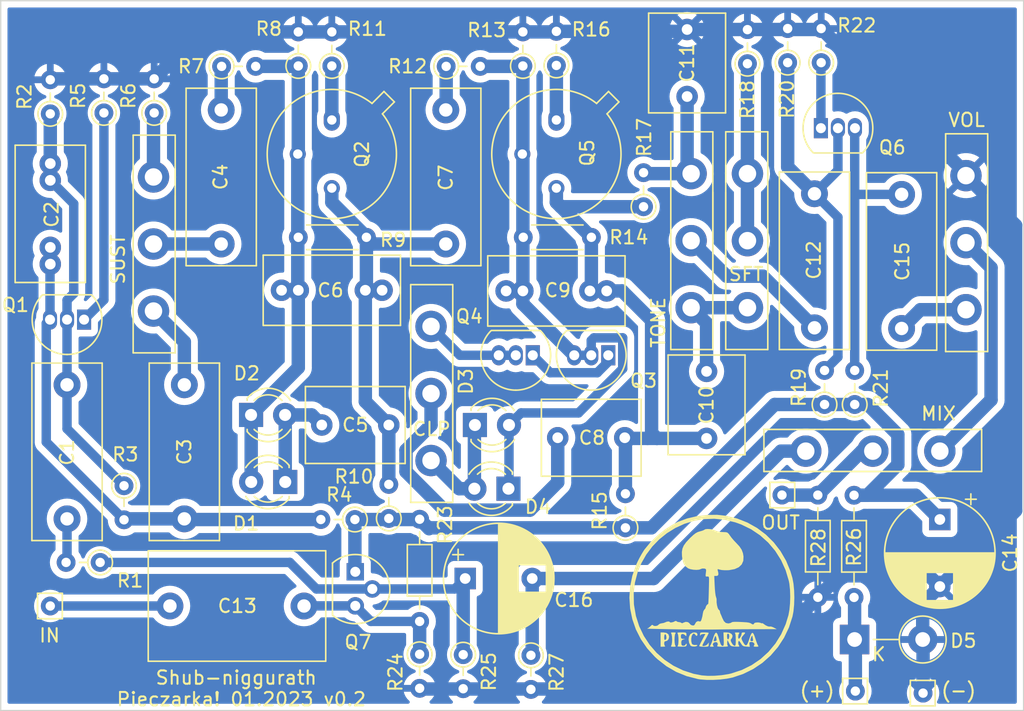
<source format=kicad_pcb>
(kicad_pcb (version 20211014) (generator pcbnew)
  (layers (0 "F.Cu" signal) (31 "B.Cu" signal) (34 "B.Paste" user) (35 "F.Paste" user) (36 "B.SilkS" user "B.Silkscreen") (37 "F.SilkS" user "F.Silkscreen") (38 "B.Mask" user) (39 "F.Mask" user) (44 "Edge.Cuts" user))
  (net 0 "")
  (net 1 "Net-(C1-Pad1)")
  (net 2 "Net-(C1-Pad2)")
  (net 3 "Net-(C2-Pad2)")
  (net 4 "Net-(C3-Pad2)")
  (net 5 "Net-(C4-Pad1)")
  (net 6 "Net-(C4-Pad2)")
  (net 7 "Net-(C5-Pad1)")
  (net 8 "Net-(C5-Pad2)")
  (net 9 "Net-(C6-Pad1)")
  (net 10 "Net-(C7-Pad2)")
  (net 11 "Net-(C8-Pad1)")
  (net 12 "Net-(C10-Pad2)")
  (net 13 "Net-(C9-Pad1)")
  (net 14 "Net-(C10-Pad1)")
  (net 15 "GND")
  (net 16 "Net-(C11-Pad2)")
  (net 17 "Net-(C12-Pad1)")
  (net 18 "Net-(C12-Pad2)")
  (net 19 "Net-(C13-Pad1)")
  (net 20 "Net-(C13-Pad2)")
  (net 21 "+VDC")
  (net 22 "Net-(C15-Pad1)")
  (net 23 "Net-(C15-Pad2)")
  (net 24 "Net-(C16-Pad1)")
  (net 25 "Net-(C16-Pad2)")
  (net 26 "Net-(D5-Pad1)")
  (net 27 "Net-(J4-Pad1)")
  (net 28 "Net-(Q1-Pad1)")
  (net 29 "Net-(Q2-Pad1)")
  (net 30 "Net-(Q3-Pad1)")
  (net 31 "Net-(D3-Pad1)")
  (net 32 "Net-(R6-Pad1)")
  (net 33 "Net-(R18-Pad1)")
  (net 34 "Net-(Q4-Pad2)")
  (net 35 "Net-(Q5-Pad1)")
  (net 36 "Net-(Q6-Pad1)")
  (net 37 "Net-(RV3-Pad2)")
  (footprint "Package_TO_SOT_THT:TO-92_Inline" (layer "F.Cu") (at 132.12 86.3 180)
    (fp_text reference "Q3" (at -2.63 -1.9) (layer "F.SilkS"))
    (fp_text value "2N7000" hide)
    (pad "1" thru_hole rect (at 0 0 180) (size 1.05 1.5) (drill 0.75) (layers *.Cu *.Mask) (net 30 "Net-(Q3-Pad1)"))
    (pad "2" thru_hole oval (at 1.27 0 180) (size 1.05 1.5) (drill 0.75) (layers *.Cu *.Mask) (net 13 "Net-(C9-Pad1)"))
    (pad "3" thru_hole oval (at 2.54 0 180) (size 1.05 1.5) (drill 0.75) (layers *.Cu *.Mask) (net 13 "Net-(C9-Pad1)"))
  )
  (footprint "Capacitor_THT:C_Rect_L10.0mm_W5.0mm_P5.00mm_P7.50mm" (layer "F.Cu") (at 124.5 81.5)
    (fp_text reference "C9" (at 3.85 -0.05) (layer "F.SilkS"))
    (fp_text value "470p" hide)
    (pad "1" thru_hole circle (at 0 0) (size 1.6 1.6) (drill 0.8) (layers *.Cu *.Mask) (net 13 "Net-(C9-Pad1)"))
    (pad "1" thru_hole circle (at 1.25 0) (size 1.6 1.6) (drill 0.8) (layers *.Cu *.Mask) (net 13 "Net-(C9-Pad1)"))
    (pad "2" thru_hole circle (at 7.5 0) (size 1.6 1.6) (drill 0.8) (layers *.Cu *.Mask) (net 12 "Net-(C10-Pad2)"))
    (pad "2" thru_hole circle (at 6.25 0) (size 1.6 1.6) (drill 0.8) (layers *.Cu *.Mask) (net 12 "Net-(C10-Pad2)"))
  )
  (footprint "Resistor_THT:R_Axial_DIN0204_L3.6mm_D1.6mm_P2.54mm_Vertical" (layer "F.Cu") (at 145.5 64.47 90)
    (fp_text reference "R20" (at -2.73 -0.05 90) (layer "F.SilkS"))
    (fp_text value "100k" hide)
    (pad "1" thru_hole circle (at 0 0 90) (size 1.4 1.4) (drill 0.7) (layers *.Cu *.Mask) (net 18 "Net-(C12-Pad2)"))
    (pad "2" thru_hole oval (at 2.54 0 90) (size 1.4 1.4) (drill 0.7) (layers *.Cu *.Mask) (net 15 "GND"))
  )
  (footprint "Resistor_THT:R_Axial_DIN0204_L3.6mm_D1.6mm_P2.54mm_Vertical" (layer "F.Cu") (at 126.35 108.68 -90)
    (fp_text reference "R27" (at 1.27 -1.92 90) (layer "F.SilkS"))
    (fp_text value "100k" hide)
    (pad "1" thru_hole circle (at 0 0 270) (size 1.4 1.4) (drill 0.7) (layers *.Cu *.Mask) (net 25 "Net-(C16-Pad2)"))
    (pad "2" thru_hole oval (at 2.54 0 270) (size 1.4 1.4) (drill 0.7) (layers *.Cu *.Mask) (net 15 "GND"))
  )
  (footprint "Resistor_THT:R_Axial_DIN0204_L3.6mm_D1.6mm_P7.62mm_Horizontal" (layer "F.Cu") (at 147.75 96.73 -90)
    (fp_text reference "R28" (at 3.92 -0.05 90) (layer "F.SilkS"))
    (fp_text value "100k" hide)
    (pad "1" thru_hole circle (at 0 0 270) (size 1.4 1.4) (drill 0.7) (layers *.Cu *.Mask) (net 27 "Net-(J4-Pad1)"))
    (pad "2" thru_hole oval (at 7.62 0 270) (size 1.4 1.4) (drill 0.7) (layers *.Cu *.Mask) (net 15 "GND"))
  )
  (footprint "Capacitor_THT:C_Rect_L7.2mm_W5.5mm_P5.00mm_FKS2_FKP2_MKS2_MKP2" (layer "F.Cu") (at 128.35 92.45)
    (fp_text reference "C8" (at 2.55 0) (layer "F.SilkS"))
    (fp_text value "22n" hide)
    (pad "1" thru_hole circle (at 0 0) (size 1.6 1.6) (drill 0.8) (layers *.Cu *.Mask) (net 11 "Net-(C8-Pad1)"))
    (pad "2" thru_hole circle (at 5 0) (size 1.6 1.6) (drill 0.8) (layers *.Cu *.Mask) (net 12 "Net-(C10-Pad2)"))
  )
  (footprint "Resistor_THT:R_Axial_DIN0204_L3.6mm_D1.6mm_P2.54mm_Vertical" (layer "F.Cu") (at 142.5 64.55 90)
    (fp_text reference "R18" (at -2.68 0 90) (layer "F.SilkS"))
    (fp_text value "2k2" hide)
    (pad "1" thru_hole circle (at 0 0 90) (size 1.4 1.4) (drill 0.7) (layers *.Cu *.Mask) (net 33 "Net-(R18-Pad1)"))
    (pad "2" thru_hole oval (at 2.54 0 90) (size 1.4 1.4) (drill 0.7) (layers *.Cu *.Mask) (net 15 "GND"))
  )
  (footprint "LED_THT:LED_D3.0mm" (layer "F.Cu") (at 124.675 96.25 180)
    (fp_text reference "D4" (at -2.2 -1.35) (layer "F.SilkS"))
    (fp_text value "LED" hide)
    (pad "1" thru_hole rect (at 0 0 180) (size 1.8 1.8) (drill 0.9) (layers *.Cu *.Mask) (net 13 "Net-(C9-Pad1)"))
    (pad "2" thru_hole circle (at 2.54 0 180) (size 1.8 1.8) (drill 0.9) (layers *.Cu *.Mask) (net 31 "Net-(D3-Pad1)"))
  )
  (footprint "Capacitor_THT:C_Rect_L13.0mm_W5.0mm_P10.00mm_FKS3_FKP3_MKS4" (layer "F.Cu") (at 154 74.3 -90)
    (fp_text reference "C15" (at 5 -0.05 90) (layer "F.SilkS"))
    (fp_text value "100n" hide)
    (pad "1" thru_hole circle (at 0 0 270) (size 2 2) (drill 1) (layers *.Cu *.Mask) (net 22 "Net-(C15-Pad1)"))
    (pad "2" thru_hole circle (at 10 0 270) (size 2 2) (drill 1) (layers *.Cu *.Mask) (net 23 "Net-(C15-Pad2)"))
  )
  (footprint "Capacitor_THT:C_Rect_L13.0mm_W5.0mm_P10.00mm_FKS3_FKP3_MKS4" (layer "F.Cu") (at 91.75 98.5 90)
    (fp_text reference "C1" (at 4.95 0 90) (layer "F.SilkS"))
    (fp_text value "100n" hide)
    (pad "1" thru_hole circle (at 0 0 90) (size 2 2) (drill 1) (layers *.Cu *.Mask) (net 1 "Net-(C1-Pad1)"))
    (pad "2" thru_hole circle (at 10 0 90) (size 2 2) (drill 1) (layers *.Cu *.Mask) (net 2 "Net-(C1-Pad2)"))
  )
  (footprint "Package_TO_SOT_THT:TO-92_Inline" (layer "F.Cu") (at 147.98 69.36)
    (fp_text reference "Q6" (at 5.32 1.44) (layer "F.SilkS"))
    (fp_text value "2N3904" hide)
    (pad "1" thru_hole rect (at 0 0) (size 1.05 1.5) (drill 0.75) (layers *.Cu *.Mask) (net 36 "Net-(Q6-Pad1)"))
    (pad "2" thru_hole oval (at 1.27 0) (size 1.05 1.5) (drill 0.75) (layers *.Cu *.Mask) (net 18 "Net-(C12-Pad2)"))
    (pad "3" thru_hole oval (at 2.54 0) (size 1.05 1.5) (drill 0.75) (layers *.Cu *.Mask) (net 22 "Net-(C15-Pad1)"))
  )
  (footprint "Capacitor_THT:CP_Radial_D8.0mm_P5.00mm" (layer "F.Cu") (at 156.85 98.547349 -90)
    (fp_text reference "C14" (at 2.5 -5.25 90) (layer "F.SilkS"))
    (fp_text value "100uF" hide)
    (pad "1" thru_hole rect (at 0 0 270) (size 1.6 1.6) (drill 0.8) (layers *.Cu *.Mask) (net 21 "+VDC"))
    (pad "2" thru_hole circle (at 5 0 270) (size 1.6 1.6) (drill 0.8) (layers *.Cu *.Mask) (net 15 "GND"))
  )
  (footprint "Resistor_THT:R_Axial_DIN0204_L3.6mm_D1.6mm_P2.54mm_Vertical" (layer "F.Cu") (at 148 64.47 90)
    (fp_text reference "R22" (at 2.77 2.65 180) (layer "F.SilkS"))
    (fp_text value "2k2" hide)
    (pad "1" thru_hole circle (at 0 0 90) (size 1.4 1.4) (drill 0.7) (layers *.Cu *.Mask) (net 36 "Net-(Q6-Pad1)"))
    (pad "2" thru_hole oval (at 2.54 0 90) (size 1.4 1.4) (drill 0.7) (layers *.Cu *.Mask) (net 15 "GND"))
  )
  (footprint "Capacitor_THT:C_Rect_L10.0mm_W5.0mm_P5.00mm_P7.50mm" (layer "F.Cu") (at 107.75 81.45)
    (fp_text reference "C6" (at 3.65 0) (layer "F.SilkS"))
    (fp_text value "470p" hide)
    (pad "1" thru_hole circle (at 0 0) (size 1.6 1.6) (drill 0.8) (layers *.Cu *.Mask) (net 9 "Net-(C6-Pad1)"))
    (pad "1" thru_hole circle (at 1.25 0) (size 1.6 1.6) (drill 0.8) (layers *.Cu *.Mask) (net 9 "Net-(C6-Pad1)"))
    (pad "2" thru_hole circle (at 7.5 0) (size 1.6 1.6) (drill 0.8) (layers *.Cu *.Mask) (net 8 "Net-(C5-Pad2)"))
    (pad "2" thru_hole circle (at 6.25 0) (size 1.6 1.6) (drill 0.8) (layers *.Cu *.Mask) (net 8 "Net-(C5-Pad2)"))
  )
  (footprint "Capacitor_THT:CP_Radial_D8.0mm_P5.00mm" (layer "F.Cu") (at 121.447349 102.95)
    (fp_text reference "C16" (at 8.102651 1.6) (layer "F.SilkS"))
    (fp_text value "10u" hide)
    (pad "1" thru_hole rect (at 0 0) (size 1.6 1.6) (drill 0.8) (layers *.Cu *.Mask) (net 24 "Net-(C16-Pad1)"))
    (pad "2" thru_hole circle (at 5 0) (size 1.6 1.6) (drill 0.8) (layers *.Cu *.Mask) (net 25 "Net-(C16-Pad2)"))
  )
  (footprint "Resistor_THT:R_Axial_DIN0204_L3.6mm_D1.6mm_P2.54mm_Vertical" (layer "F.Cu") (at 118.05 108.6 -90)
    (fp_text reference "R24" (at 1.35 1.8 90) (layer "F.SilkS"))
    (fp_text value "1M" hide)
    (pad "1" thru_hole circle (at 0 0 270) (size 1.4 1.4) (drill 0.7) (layers *.Cu *.Mask) (net 20 "Net-(C13-Pad2)"))
    (pad "2" thru_hole oval (at 2.54 0 270) (size 1.4 1.4) (drill 0.7) (layers *.Cu *.Mask) (net 15 "GND"))
  )
  (footprint "varia:potek2" (layer "F.Cu") (at 138.3 82.75)
    (fp_text reference "RV2" hide)
    (fp_text value "100k" hide)
    (fp_text user "TONE" (at -2.4485 1.1 90 unlocked) (layer "F.SilkS"))
    (pad "1" thru_hole circle (at 0 0) (size 2.34 2.34) (drill 1.3) (layers *.Cu *.Mask) (net 14 "Net-(C10-Pad1)"))
    (pad "2" thru_hole circle (at 0 -5) (size 2.34 2.34) (drill 1.3) (layers *.Cu *.Mask) (net 17 "Net-(C12-Pad1)"))
    (pad "3" thru_hole circle (at 0 -10) (size 2.34 2.34) (drill 1.3) (layers *.Cu *.Mask) (net 16 "Net-(C11-Pad2)"))
  )
  (footprint "Connector_Pin:Pin_D0.7mm_L6.5mm_W1.8mm_FlatFork" (layer "F.Cu") (at 90.5 105)
    (fp_text reference "J1" hide)
    (fp_text value "Conn_01x01" hide)
    (fp_text user "IN" (at -0.05 2.2) (layer "F.SilkS"))
    (pad "1" thru_hole circle (at 0 0) (size 1.4 1.4) (drill 0.7) (layers *.Cu *.Mask) (net 19 "Net-(C13-Pad1)"))
  )
  (footprint "varia:potek2" (layer "F.Cu") (at 156.85 93.45 90)
    (fp_text reference "RV4" hide)
    (fp_text value "100k" hide)
    (fp_text user "MIX" (at 2.8 -0.1 unlocked) (layer "F.SilkS"))
    (pad "1" thru_hole circle (at 0 0 90) (size 2.34 2.34) (drill 1.3) (layers *.Cu *.Mask) (net 37 "Net-(RV3-Pad2)"))
    (pad "2" thru_hole circle (at 0 -5 90) (size 2.34 2.34) (drill 1.3) (layers *.Cu *.Mask) (net 27 "Net-(J4-Pad1)"))
    (pad "3" thru_hole circle (at 0 -10 90) (size 2.34 2.34) (drill 1.3) (layers *.Cu *.Mask) (net 25 "Net-(C16-Pad2)"))
  )
  (footprint "Resistor_THT:R_Axial_DIN0204_L3.6mm_D1.6mm_P2.54mm_Vertical" (layer "F.Cu") (at 150.5 89.97 90)
    (fp_text reference "R21" (at 1.22 1.95 90) (layer "F.SilkS"))
    (fp_text value "10k" hide)
    (pad "1" thru_hole circle (at 0 0 90) (size 1.4 1.4) (drill 0.7) (layers *.Cu *.Mask) (net 21 "+VDC"))
    (pad "2" thru_hole oval (at 2.54 0 90) (size 1.4 1.4) (drill 0.7) (layers *.Cu *.Mask) (net 22 "Net-(C15-Pad1)"))
  )
  (footprint "Resistor_THT:R_Axial_DIN0204_L3.6mm_D1.6mm_P2.54mm_Vertical" (layer "F.Cu") (at 133.4 99.17 90)
    (fp_text reference "R15" (at 1.27 -1.92 90) (layer "F.SilkS"))
    (fp_text value "15k" hide)
    (pad "1" thru_hole circle (at 0 0 90) (size 1.4 1.4) (drill 0.7) (layers *.Cu *.Mask) (net 21 "+VDC"))
    (pad "2" thru_hole oval (at 2.54 0 90) (size 1.4 1.4) (drill 0.7) (layers *.Cu *.Mask) (net 12 "Net-(C10-Pad2)"))
  )
  (footprint "Connector_Pin:Pin_D0.7mm_L6.5mm_W1.8mm_FlatFork" (layer "F.Cu") (at 155.6 111.5)
    (fp_text reference "J3" hide)
    (fp_text value "Conn_01x01" hide)
    (fp_text user "(-)" (at 2.65 -0.2 unlocked) (layer "F.SilkS"))
    (pad "1" thru_hole circle (at 0 0) (size 1.4 1.4) (drill 0.7) (layers *.Cu *.Mask) (net 15 "GND"))
  )
  (footprint "Resistor_THT:R_Axial_DIN0204_L3.6mm_D1.6mm_P2.54mm_Vertical" (layer "F.Cu") (at 98.25 68.22 90)
    (fp_text reference "R6" (at 1.27 -1.92 90) (layer "F.SilkS"))
    (fp_text value "2k2" hide)
    (pad "1" thru_hole circle (at 0 0 90) (size 1.4 1.4) (drill 0.7) (layers *.Cu *.Mask) (net 32 "Net-(R6-Pad1)"))
    (pad "2" thru_hole oval (at 2.54 0 90) (size 1.4 1.4) (drill 0.7) (layers *.Cu *.Mask) (net 15 "GND"))
  )
  (footprint "Resistor_THT:R_Axial_DIN0204_L3.6mm_D1.6mm_P2.54mm_Vertical" (layer "F.Cu") (at 109 64.72 90)
    (fp_text reference "R8" (at 2.77 -2.2 180) (layer "F.SilkS"))
    (fp_text value "100k" hide)
    (pad "1" thru_hole circle (at 0 0 90) (size 1.4 1.4) (drill 0.7) (layers *.Cu *.Mask) (net 9 "Net-(C6-Pad1)"))
    (pad "2" thru_hole oval (at 2.54 0 90) (size 1.4 1.4) (drill 0.7) (layers *.Cu *.Mask) (net 15 "GND"))
  )
  (footprint "varia:potek2" (layer "F.Cu") (at 142.5015 72.75 180)
    (fp_text reference "SHIFT1" hide)
    (fp_text value "25k" hide)
    (fp_text user "SFT" (at 0.1 -7.5 unlocked) (layer "F.SilkS"))
    (pad "1" thru_hole circle (at 0 0 180) (size 2.34 2.34) (drill 1.3) (layers *.Cu *.Mask) (net 33 "Net-(R18-Pad1)"))
    (pad "2" thru_hole circle (at 0 -5 180) (size 2.34 2.34) (drill 1.3) (layers *.Cu *.Mask) (net 33 "Net-(R18-Pad1)"))
    (pad "3" thru_hole circle (at 0 -10 180) (size 2.34 2.34) (drill 1.3) (layers *.Cu *.Mask) (net 14 "Net-(C10-Pad1)"))
  )
  (footprint "LOGO" (layer "F.Cu") (at 139.85 104.3)
    (fp_text reference "G***" hide)
    (fp_text value "LOGO" hide)
  )
  (footprint "Capacitor_THT:C_Rect_L13.0mm_W8.0mm_P10.00mm_FKS3_FKP3_MKS4" (layer "F.Cu") (at 99.426041 105)
    (fp_text reference "C13" (at 5.023959 0) (layer "F.SilkS"))
    (fp_text value "1u" hide)
    (pad "1" thru_hole circle (at 0 0) (size 2 2) (drill 1) (layers *.Cu *.Mask) (net 19 "Net-(C13-Pad1)"))
    (pad "2" thru_hole circle (at 10 0) (size 2 2) (drill 1) (layers *.Cu *.Mask) (net 20 "Net-(C13-Pad2)"))
  )
  (footprint "varia:potek2" (layer "F.Cu") (at 118.9 94.15)
    (fp_text reference "SW1" hide)
    (fp_text value "SW_SPDT" hide)
    (fp_text user "CLP" (at 0.05 -2.35) (layer "F.SilkS"))
    (pad "1" thru_hole circle (at 0 0) (size 2.34 2.34) (drill 1.3) (layers *.Cu *.Mask) (net 31 "Net-(D3-Pad1)"))
    (pad "2" thru_hole circle (at 0 -5) (size 2.34 2.34) (drill 1.3) (layers *.Cu *.Mask) (net 11 "Net-(C8-Pad1)"))
    (pad "3" thru_hole circle (at 0 -10) (size 2.34 2.34) (drill 1.3) (layers *.Cu *.Mask) (net 34 "Net-(Q4-Pad2)"))
  )
  (footprint "Resistor_THT:R_Axial_DIN0204_L3.6mm_D1.6mm_P7.62mm_Horizontal" (layer "F.Cu") (at 118.05 98.53 -90)
    (fp_text reference "R23" (at 0.42 -1.9 -90) (layer "F.SilkS"))
    (fp_text value "1M" hide)
    (pad "1" thru_hole circle (at 0 0 270) (size 1.4 1.4) (drill 0.7) (layers *.Cu *.Mask) (net 21 "+VDC"))
    (pad "2" thru_hole oval (at 7.62 0 270) (size 1.4 1.4) (drill 0.7) (layers *.Cu *.Mask) (net 20 "Net-(C13-Pad2)"))
  )
  (footprint "Resistor_THT:R_Axial_DIN0204_L3.6mm_D1.6mm_P2.54mm_Vertical" (layer "F.Cu") (at 120.03 64.75)
    (fp_text reference "R12" (at -2.88 0) (layer "F.SilkS"))
    (fp_text value "8k2" hide)
    (pad "1" thru_hole circle (at 0 0) (size 1.4 1.4) (drill 0.7) (layers *.Cu *.Mask) (net 10 "Net-(C7-Pad2)"))
    (pad "2" thru_hole oval (at 2.54 0) (size 1.4 1.4) (drill 0.7) (layers *.Cu *.Mask) (net 13 "Net-(C9-Pad1)"))
  )
  (footprint "Resistor_THT:R_Axial_DIN0204_L3.6mm_D1.6mm_P5.08mm_Horizontal" (layer "F.Cu") (at 125.78 77.5)
    (fp_text reference "R14" (at 7.87 0) (layer "F.SilkS"))
    (fp_text value "470k" hide)
    (pad "1" thru_hole circle (at 0 0) (size 1.4 1.4) (drill 0.7) (layers *.Cu *.Mask) (net 13 "Net-(C9-Pad1)"))
    (pad "2" thru_hole oval (at 5.08 0) (size 1.4 1.4) (drill 0.7) (layers *.Cu *.Mask) (net 12 "Net-(C10-Pad2)"))
  )
  (footprint "Capacitor_THT:C_Rect_L7.2mm_W5.5mm_P5.00mm_FKS2_FKP2_MKS2_MKP2" (layer "F.Cu") (at 139.45 87.5 -90)
    (fp_text reference "C10" (at 2.5 0 90) (layer "F.SilkS"))
    (fp_text value "6n8" hide)
    (pad "1" thru_hole circle (at 0 0 270) (size 1.6 1.6) (drill 0.8) (layers *.Cu *.Mask) (net 14 "Net-(C10-Pad1)"))
    (pad "2" thru_hole circle (at 5 0 270) (size 1.6 1.6) (drill 0.8) (layers *.Cu *.Mask) (net 12 "Net-(C10-Pad2)"))
  )
  (footprint "Capacitor_THT:C_Rect_L7.2mm_W5.5mm_P5.00mm_FKS2_FKP2_MKS2_MKP2" (layer "F.Cu") (at 110.75 91.5)
    (fp_text reference "C5" (at 2.5 0) (layer "F.SilkS"))
    (fp_text value "47n" hide)
    (pad "1" thru_hole circle (at 0 0) (size 1.6 1.6) (drill 0.8) (layers *.Cu *.Mask) (net 7 "Net-(C5-Pad1)"))
    (pad "2" thru_hole circle (at 5 0) (size 1.6 1.6) (drill 0.8) (layers *.Cu *.Mask) (net 8 "Net-(C5-Pad2)"))
  )
  (footprint "Resistor_THT:R_Axial_DIN0204_L3.6mm_D1.6mm_P2.54mm_Vertical" (layer "F.Cu") (at 148.25 89.97 90)
    (fp_text reference "R19" (at 1.27 -1.92 90) (layer "F.SilkS"))
    (fp_text value "390k" hide)
    (pad "1" thru_hole circle (at 0 0 90) (size 1.4 1.4) (drill 0.7) (layers *.Cu *.Mask) (net 21 "+VDC"))
    (pad "2" thru_hole oval (at 2.54 0 90) (size 1.4 1.4) (drill 0.7) (layers *.Cu *.Mask) (net 18 "Net-(C12-Pad2)"))
  )
  (footprint "Package_TO_SOT_THT:TO-5-3" (layer "F.Cu") (at 111.5 68.75 -90)
    (fp_text reference "Q2" (at 2.55 -2.25 90) (layer "F.SilkS"))
    (fp_text value "2N1308" hide)
    (pad "1" thru_hole oval (at 0 0 270) (size 1.6 1.2) (drill 0.7) (layers *.Cu *.Mask) (net 29 "Net-(Q2-Pad1)"))
    (pad "2" thru_hole oval (at 2.54 2.54 270) (size 1.2 1.2) (drill 0.7) (layers *.Cu *.Mask) (net 9 "Net-(C6-Pad1)"))
    (pad "3" thru_hole oval (at 5.08 0 270) (size 1.2 1.2) (drill 0.7) (layers *.Cu *.Mask) (net 8 "Net-(C5-Pad2)"))
  )
  (footprint "varia:potek2" (layer "F.Cu") (at 98.1985 83)
    (fp_text reference "RV1" hide)
    (fp_text value "50k" hide)
    (fp_text user "SUST" (at -2.6485 -3.85 90 unlocked) (layer "F.SilkS"))
    (pad "1" thru_hole circle (at 0 0) (size 2.34 2.34) (drill 1.3) (layers *.Cu *.Mask) (net 4 "Net-(C3-Pad2)"))
    (pad "2" thru_hole circle (at 0 -5) (size 2.34 2.34) (drill 1.3) (layers *.Cu *.Mask) (net 5 "Net-(C4-Pad1)"))
    (pad "3" thru_hole circle (at 0 -10) (size 2.34 2.34) (drill 1.3) (layers *.Cu *.Mask) (net 32 "Net-(R6-Pad1)"))
  )
  (footprint "Resistor_THT:R_Axial_DIN0204_L3.6mm_D1.6mm_P2.54mm_Vertical" (layer "F.Cu") (at 103.28 64.75)
    (fp_text reference "R7" (at -2.28 0) (layer "F.SilkS"))
    (fp_text value "8k2" hide)
    (pad "1" thru_hole circle (at 0 0) (size 1.4 1.4) (drill 0.7) (layers *.Cu *.Mask) (net 6 "Net-(C4-Pad2)"))
    (pad "2" thru_hole oval (at 2.54 0) (size 1.4 1.4) (drill 0.7) (layers *.Cu *.Mask) (net 9 "Net-(C6-Pad1)"))
  )
  (footprint "Resistor_THT:R_Axial_DIN0204_L3.6mm_D1.6mm_P2.54mm_Vertical" (layer "F.Cu") (at 113.22 98.55 180)
    (fp_text reference "R4" (at 1.17 1.85) (layer "F.SilkS"))
    (fp_text value "15k" hide)
    (pad "1" thru_hole circle (at 0 0 180) (size 1.4 1.4) (drill 0.7) (layers *.Cu *.Mask) (net 21 "+VDC"))
    (pad "2" thru_hole oval (at 2.54 0 180) (size 1.4 1.4) (drill 0.7) (layers *.Cu *.Mask) (net 3 "Net-(C2-Pad2)"))
  )
  (footprint "Package_TO_SOT_THT:TO-92_Inline" (layer "F.Cu") (at 93.02 83.64 180)
    (fp_text reference "Q1" (at 5.12 1.09) (layer "F.SilkS"))
    (fp_text value "MPSA18" hide)
    (pad "1" thru_hole rect (at 0 0 180) (size 1.05 1.5) (drill 0.75) (layers *.Cu *.Mask) (net 28 "Net-(Q1-Pad1)"))
    (pad "2" thru_hole oval (at 1.27 0 180) (size 1.05 1.5) (drill 0.75) (layers *.Cu *.Mask) (net 2 "Net-(C1-Pad2)"))
    (pad "3" thru_hole oval (at 2.54 0 180) (size 1.05 1.5) (drill 0.75) (layers *.Cu *.Mask) (net 3 "Net-(C2-Pad2)"))
  )
  (footprint "Resistor_THT:R_Axial_DIN0204_L3.6mm_D1.6mm_P2.54mm_Vertical" (layer "F.Cu") (at 94.22 101.75 180)
    (fp_text reference "R1" (at -2.23 -1.35) (layer "F.SilkS"))
    (fp_text value "39k" hide)
    (pad "1" thru_hole circle (at 0 0 180) (size 1.4 1.4) (drill 0.7) (layers *.Cu *.Mask) (net 24 "Net-(C16-Pad1)"))
    (pad "2" thru_hole oval (at 2.54 0 180) (size 1.4 1.4) (drill 0.7) (layers *.Cu *.Mask) (net 1 "Net-(C1-Pad1)"))
  )
  (footprint "Connector_Pin:Pin_D0.7mm_L6.5mm_W1.8mm_FlatFork" (layer "F.Cu") (at 150.55 111.35)
    (fp_text reference "J2" hide)
    (fp_text value "Conn_01x01" hide)
    (fp_text user "(+)" (at -2.85 -0.05 unlocked) (layer "F.SilkS"))
    (pad "1" thru_hole circle (at 0 0) (size 1.4 1.4) (drill 0.7) (layers *.Cu *.Mask) (net 26 "Net-(D5-Pad1)"))
  )
  (footprint "LED_THT:LED_D3.0mm" (layer "F.Cu") (at 105.475 90.75)
    (fp_text reference "D2" (at -0.325 -3.1) (layer "F.SilkS"))
    (fp_text value "LED" hide)
    (pad "1" thru_hole rect (at 0 0) (size 1.8 1.8) (drill 0.9) (layers *.Cu *.Mask) (net 9 "Net-(C6-Pad1)"))
    (pad "2" thru_hole circle (at 2.54 0) (size 1.8 1.8) (drill 0.9) (layers *.Cu *.Mask) (net 7 "Net-(C5-Pad1)"))
  )
  (footprint "Resistor_THT:R_Axial_DIN0204_L3.6mm_D1.6mm_P5.08mm_Horizontal" (layer "F.Cu") (at 109 77.5)
    (fp_text reference "R9" (at 7.07 0.2) (layer "F.SilkS"))
    (fp_text value "470k" hide)
    (pad "1" thru_hole circle (at 0 0) (size 1.4 1.4) (drill 0.7) (layers *.Cu *.Mask) (net 9 "Net-(C6-Pad1)"))
    (pad "2" thru_hole oval (at 5.08 0) (size 1.4 1.4) (drill 0.7) (layers *.Cu *.Mask) (net 8 "Net-(C5-Pad2)"))
  )
  (footprint "Package_TO_SOT_THT:TO-92L" (layer "F.Cu") (at 113.25 102.45 -90)
    (fp_text reference "Q7" (at 5.25 -0.2 180) (layer "F.SilkS"))
    (fp_text value "Q_NJFET_DSG" hide)
    (pad "1" thru_hole rect (at 0 0 270) (size 1.3 1.3) (drill 0.75) (layers *.Cu *.Mask) (net 21 "+VDC"))
    (pad "2" thru_hole circle (at 1.28 -1.27 270) (size 1.3 1.3) (drill 0.75) (layers *.Cu *.Mask) (net 24 "Net-(C16-Pad1)"))
    (pad "3" thru_hole circle (at 2.54 0 270) (size 1.3 1.3) (drill 0.75) (layers *.Cu *.Mask) (net 20 "Net-(C13-Pad2)"))
  )
  (footprint "Capacitor_THT:C_Rect_L13.0mm_W5.0mm_P10.00mm_FKS3_FKP3_MKS4" (layer "F.Cu") (at 120 78 90)
    (fp_text reference "C7" (at 4.95 0 90) (layer "F.SilkS"))
    (fp_text value "100n" hide)
    (pad "1" thru_hole circle (at 0 0 90) (size 2 2) (drill 1) (layers *.Cu *.Mask) (net 8 "Net-(C5-Pad2)"))
    (pad "2" thru_hole circle (at 10 0 90) (size 2 2) (drill 1) (layers *.Cu *.Mask) (net 10 "Net-(C7-Pad2)"))
  )
  (footprint "Resistor_THT:R_Axial_DIN0204_L3.6mm_D1.6mm_P2.54mm_Vertical" (layer "F.Cu") (at 94.5 68.22 90)
    (fp_text reference "R5" (at 1.27 -1.92 90) (layer "F.SilkS"))
    (fp_text value "390R" hide)
    (pad "1" thru_hole circle (at 0 0 90) (size 1.4 1.4) (drill 0.7) (layers *.Cu *.Mask) (net 28 "Net-(Q1-Pad1)"))
    (pad "2" thru_hole oval (at 2.54 0 90) (size 1.4 1.4) (drill 0.7) (layers *.Cu *.Mask) (net 15 "GND"))
  )
  (footprint "Resistor_THT:R_Axial_DIN0204_L3.6mm_D1.6mm_P2.54mm_Vertical" (layer "F.Cu") (at 125.75 64.72 90)
    (fp_text reference "R13" (at 2.67 -2.7 180) (layer "F.SilkS"))
    (fp_text value "100k" hide)
    (pad "1" thru_hole circle (at 0 0 90) (size 1.4 1.4) (drill 0.7) (layers *.Cu *.Mask) (net 13 "Net-(C9-Pad1)"))
    (pad "2" thru_hole oval (at 2.54 0 90) (size 1.4 1.4) (drill 0.7) (layers *.Cu *.Mask) (net 15 "GND"))
  )
  (footprint "Capacitor_THT:C_Rect_L13.0mm_W5.0mm_P10.00mm_FKS3_FKP3_MKS4" (layer "F.Cu") (at 100.5 98.5 90)
    (fp_text reference "C3" (at 5 0 90) (layer "F.SilkS"))
    (fp_text value "100n" hide)
    (pad "1" thru_hole circle (at 0 0 90) (size 2 2) (drill 1) (layers *.Cu *.Mask) (net 3 "Net-(C2-Pad2)"))
    (pad "2" thru_hole circle (at 10 0 90) (size 2 2) (drill 1) (layers *.Cu *.Mask) (net 4 "Net-(C3-Pad2)"))
  )
  (footprint "Resistor_THT:R_Axial_DIN0204_L3.6mm_D1.6mm_P2.54mm_Vertical" (layer "F.Cu") (at 121.3 108.63 -90)
    (fp_text reference "R25" (at 1.27 -1.92 90) (layer "F.SilkS"))
    (fp_text value "3k3" hide)
    (pad "1" thru_hole circle (at 0 0 270) (size 1.4 1.4) (drill 0.7) (layers *.Cu *.Mask) (net 24 "Net-(C16-Pad1)"))
    (pad "2" thru_hole oval (at 2.54 0 270) (size 1.4 1.4) (drill 0.7) (layers *.Cu *.Mask) (net 15 "GND"))
  )
  (footprint "Resistor_THT:R_Axial_DIN0204_L3.6mm_D1.6mm_P2.54mm_Vertical" (layer "F.Cu") (at 96 96.03 -90)
    (fp_text reference "R3" (at -2.33 -0.1 180) (layer "F.SilkS"))
    (fp_text value "470k" hide)
    (pad "1" thru_hole circle (at 0 0 270) (size 1.4 1.4) (drill 0.7) (layers *.Cu *.Mask) (net 2 "Net-(C1-Pad2)"))
    (pad "2" thru_hole oval (at 2.54 0 270) (size 1.4 1.4) (drill 0.7) (layers *.Cu *.Mask) (net 3 "Net-(C2-Pad2)"))
  )
  (footprint "Resistor_THT:R_Axial_DIN0204_L3.6mm_D1.6mm_P2.54mm_Vertical" (layer "F.Cu") (at 111.5 64.72 90)
    (fp_text reference "R11" (at 2.77 2.65 180) (layer "F.SilkS"))
    (fp_text value "100R" hide)
    (pad "1" thru_hole circle (at 0 0 90) (size 1.4 1.4) (drill 0.7) (layers *.Cu *.Mask) (net 29 "Net-(Q2-Pad1)"))
    (pad "2" thru_hole oval (at 2.54 0 90) (size 1.4 1.4) (drill 0.7) (layers *.Cu *.Mask) (net 15 "GND"))
  )
  (footprint "Resistor_THT:R_Axial_DIN0204_L3.6mm_D1.6mm_P2.54mm_Vertical" (layer "F.Cu") (at 128.25 64.68 90)
    (fp_text reference "R16" (at 2.68 2.6 180) (layer "F.SilkS"))
    (fp_text value "100R" hide)
    (pad "1" thru_hole circle (at 0 0 90) (size 1.4 1.4) (drill 0.7) (layers *.Cu *.Mask) (net 35 "Net-(Q5-Pad1)"))
    (pad "2" thru_hole oval (at 2.54 0 90) (size 1.4 1.4) (drill 0.7) (layers *.Cu *.Mask) (net 15 "GND"))
  )
  (footprint "Resistor_THT:R_Axial_DIN0204_L3.6mm_D1.6mm_P2.54mm_Vertical" (layer "F.Cu") (at 115.75 98.47 90)
    (fp_text reference "R10" (at 3.12 -2.6) (layer "F.SilkS"))
    (fp_text value "15k" hide)
    (pad "1" thru_hole circle (at 0 0 90) (size 1.4 1.4) (drill 0.7) (layers *.Cu *.Mask) (net 21 "+VDC"))
    (pad "2" thru_hole oval (at 2.54 0 90) (size 1.4 1.4) (drill 0.7) (layers *.Cu *.Mask) (net 8 "Net-(C5-Pad2)"))
  )
  (footprint "Capacitor_THT:C_Rect_L10.0mm_W5.0mm_P5.00mm_P7.50mm" (layer "F.Cu") (at 90.5 72 -90)
    (fp_text reference "C2" (at 3.8 -0.1 90) (layer "F.SilkS"))
    (fp_text value "470p" hide)
    (pad "1" thru_hole circle (at 1.25 0 270) (size 1.6 1.6) (drill 0.8) (layers *.Cu *.Mask) (net 2 "Net-(C1-Pad2)"))
    (pad "1" thru_hole circle (at 0 0 270) (size 1.6 1.6) (drill 0.8) (layers *.Cu *.Mask) (net 2 "Net-(C1-Pad2)"))
    (pad "2" thru_hole circle (at 7.5 0 270) (size 1.6 1.6) (drill 0.8) (layers *.Cu *.Mask) (net 3 "Net-(C2-Pad2)"))
    (pad "2" thru_hole circle (at 6.25 0 270) (size 1.6 1.6) (drill 0.8) (layers *.Cu *.Mask) (net 3 "Net-(C2-Pad2)"))
  )
  (footprint "Capacitor_THT:C_Rect_L13.0mm_W5.0mm_P10.00mm_FKS3_FKP3_MKS4" (layer "F.Cu") (at 103.25 78 90)
    (fp_text reference "C4" (at 5 -0.05 90) (layer "F.SilkS"))
    (fp_text value "100n" hide)
    (pad "1" thru_hole circle (at 0 0 90) (size 2 2) (drill 1) (layers *.Cu *.Mask) (net 5 "Net-(C4-Pad1)"))
    (pad "2" thru_hole circle (at 10 0 90) (size 2 2) (drill 1) (layers *.Cu *.Mask) (net 6 "Net-(C4-Pad2)"))
  )
  (footprint "Resistor_THT:R_Axial_DIN0204_L3.6mm_D1.6mm_P2.54mm_Vertical" (layer "F.Cu") (at 90.5 68.29 90)
    (fp_text reference "R2" (at 1.27 -1.92 90) (layer "F.SilkS"))
    (fp_text value "100k" hide)
    (pad "1" thru_hole circle (at 0 0 90) (size 1.4 1.4) (drill 0.7) (layers *.Cu *.Mask) (net 2 "Net-(C1-Pad2)"))
    (pad "2" thru_hole oval (at 2.54 0 90) (size 1.4 1.4) (drill 0.7) (layers *.Cu *.Mask) (net 15 "GND"))
  )
  (footprint "Resistor_THT:R_Axial_DIN0204_L3.6mm_D1.6mm_P7.62mm_Horizontal" (layer "F.Cu") (at 150.45 96.74 -90)
    (fp_text reference "R26" (at 3.86 0 90) (layer "F.SilkS"))
    (fp_text value "100R" hide)
    (pad "1" thru_hole circle (at 0 0 270) (size 1.4 1.4) (drill 0.7) (layers *.Cu *.Mask) (net 21 "+VDC"))
    (pad "2" thru_hole oval (at 7.62 0 270) (size 1.4 1.4) (drill 0.7) (layers *.Cu *.Mask) (net 26 "Net-(D5-Pad1)"))
  )
  (footprint "varia:potek2" (layer "F.Cu") (at 158.8 82.9)
    (fp_text reference "RV3" hide)
    (fp_text value "1M" hide)
    (fp_text user "VOL" (at 0.05 -14.15 unlocked) (layer "F.SilkS"))
    (pad "1" thru_hole circle (at 0 0) (size 2.34 2.34) (drill 1.3) (layers *.Cu *.Mask) (net 23 "Net-(C15-Pad2)"))
    (pad "2" thru_hole circle (at 0 -5) (size 2.34 2.34) (drill 1.3) (layers *.Cu *.Mask) (net 37 "Net-(RV3-Pad2)"))
    (pad "3" thru_hole circle (at 0 -10) (size 2.34 2.34) (drill 1.3) (layers *.Cu *.Mask) (net 15 "GND"))
  )
  (footprint "Capacitor_THT:C_Rect_L13.0mm_W5.0mm_P10.00mm_FKS3_FKP3_MKS4" (layer "F.Cu") (at 147.5 84.25 90)
    (fp_text reference "C12" (at 5.05 -0.05 90) (layer "F.SilkS"))
    (fp_text value "100n" hide)
    (pad "1" thru_hole circle (at 0 0 90) (size 2 2) (drill 1) (layers *.Cu *.Mask) (net 17 "Net-(C12-Pad1)"))
    (pad "2" thru_hole circle (at 10 0 90) (size 2 2) (drill 1) (layers *.Cu *.Mask) (net 18 "Net-(C12-Pad2)"))
  )
  (footprint "Resistor_THT:R_Axial_DIN0204_L3.6mm_D1.6mm_P2.54mm_Vertical" (layer "F.Cu") (at 134.75 75.22 90)
    (fp_text reference "R17" (at 5.17 0.05 90) (layer "F.SilkS"))
    (fp_text value "39k" hide)
    (pad "1" thru_hole circle (at 0 0 90) (size 1.4 1.4) (drill 0.7) (layers *.Cu *.Mask) (net 12 "Net-(C10-Pad2)"))
    (pad "2" thru_hole oval (at 2.54 0 90) (size 1.4 1.4) (drill 0.7) (layers *.Cu *.Mask) (net 16 "Net-(C11-Pad2)"))
  )
  (footprint "LED_THT:LED_D3.0mm" (layer "F.Cu") (at 108.025 95.75 180)
    (fp_text reference "D1" (at 2.925 -3.1) (layer "F.SilkS"))
    (fp_text value "LED" hide)
    (pad "1" thru_hole rect (at 0 0 180) (size 1.8 1.8) (drill 0.9) (layers *.Cu *.Mask) (net 7 "Net-(C5-Pad1)"))
    (pad "2" thru_hole circle (at 2.54 0 180) (size 1.8 1.8) (drill 0.9) (layers *.Cu *.Mask) (net 9 "Net-(C6-Pad1)"))
  )
  (footprint "Package_TO_SOT_THT:TO-92_Inline" (layer "F.Cu") (at 126.49 86.3 180)
    (fp_text reference "Q4" (at 4.74 2.9) (layer "F.SilkS"))
    (fp_text value "2N7000" hide)
    (pad "1" thru_hole rect (at 0 0 180) (size 1.05 1.5) (drill 0.75) (layers *.Cu *.Mask) (net 30 "Net-(Q3-Pad1)"))
    (pad "2" thru_hole oval (at 1.27 0 180) (size 1.05 1.5) (drill 0.75) (layers *.Cu *.Mask) (net 34 "Net-(Q4-Pad2)"))
    (pad "3" thru_hole oval (at 2.54 0 180) (size 1.05 1.5) (drill 0.75) (layers *.Cu *.Mask) (net 34 "Net-(Q4-Pad2)"))
  )
  (footprint "Connector_Pin:Pin_D0.7mm_L6.5mm_W1.8mm_FlatFork" (layer "F.Cu") (at 145.075 96.725 180)
    (fp_text reference "J4" hide)
    (fp_text value "Conn_01x01" hide)
    (fp_text user "OUT" (at 0.1 -2.06 unlocked) (layer "F.SilkS"))
    (pad "1" thru_hole circle (at 0 0 180) (size 1.4 1.4) (drill 0.7) (layers *.Cu *.Mask) (net 27 "Net-(J4-Pad1)"))
  )
  (footprint "Diode_THT:D_DO-41_SOD81_P5.08mm_Vertical_KathodeUp" (layer "F.Cu") (at 150.492183 107.5)
    (fp_text reference "D5" (at 8.107817 0.1) (layer "F.SilkS"))
    (fp_text value "1N4001" hide)
    (fp_text user "K" (at 1.8 1.1) (layer "F.SilkS"))
    (pad "1" thru_hole rect (at 0 0) (size 2.2 2.2) (drill 1.1) (layers *.Cu *.Mask) (net 26 "Net-(D5-Pad1)"))
    (pad "2" thru_hole oval (at 5.08 0) (size 2.2 2.2) (drill 1.1) (layers *.Cu *.Mask) (net 15 "GND"))
  )
  (footprint "LED_THT:LED_D3.0mm" (layer "F.Cu") (at 122.175 91.5)
    (fp_text reference "D3" (at -0.675 -3.25 90) (layer "F.SilkS"))
    (fp_text value "LED" hide)
    (pad "1" thru_hole rect (at 0 0) (size 1.8 1.8) (drill 0.9) (layers *.Cu *.Mask) (net 31 "Net-(D3-Pad1)"))
    (pad "2" thru_hole circle (at 2.54 0) (size 1.8 1.8) (drill 0.9) (layers *.Cu *.Mask) (net 13 "Net-(C9-Pad1)"))
  )
  (footprint "Capacitor_THT:C_Rect_L7.2mm_W5.5mm_P5.00mm_FKS2_FKP2_MKS2_MKP2" (layer "F.Cu") (at 138 62 -90)
    (fp_text reference "C11" (at 2.5 0 90) (layer "F.SilkS"))
    (fp_text value "6n8" hide)
    (pad "1" thru_hole circle (at 0 0 270) (size 1.6 1.6) (drill 0.8) (layers *.Cu *.Mask) (net 15 "GND"))
    (pad "2" thru_hole circle (at 5 0 270) (size 1.6 1.6) (drill 0.8) (layers *.Cu *.Mask) (net 16 "Net-(C11-Pad2)"))
  )
  (footprint "Package_TO_SOT_THT:TO-5-3" (layer "F.Cu") (at 128.25 68.75 -90)
    (fp_text reference "Q5" (at 2.45 -2.3 90) (layer "F.SilkS"))
    (fp_text value "2N1308" hide)
    (pad "1" thru_hole oval (at 0 0 270) (size 1.6 1.2) (drill 0.7) (layers *.Cu *.Mask) (net 35 "Net-(Q5-Pad1)"))
    (pad "2" thru_hole oval (at 2.54 2.54 270) (size 1.2 1.2) (drill 0.7) (layers *.Cu *.Mask) (net 13 "Net-(C9-Pad1)"))
    (pad "3" thru_hole oval (at 5.08 0 270) (size 1.2 1.2) (drill 0.7) (layers *.Cu *.Mask) (net 12 "Net-(C10-Pad2)"))
  )
  (gr_rect (start 86.8 59.85) (end 163.1 112.8) (layer "Edge.Cuts") (width 0.1) (fill none))
  (gr_text "Shub-niggurath \nPieczarka! 01.2023 v0.2" (at 104.75 111.15) (layer "F.SilkS") (effects (font (size 1 1))))
  (segment (start 91.75 101.68) (end 91.68 101.75) (width 0.7) (layer "B.Cu") (net 1))
  (segment (start 91.75 98.5) (end 91.75 101.68) (width 0.7) (layer "B.Cu") (net 1))
  (segment (start 91.75 82.19) (end 92.25 81.69) (width 0.7) (layer "B.Cu") (net 2))
  (segment (start 90.5 68.29) (end 90.5 72) (width 1) (layer "B.Cu") (net 2))
  (segment (start 92.25 81.69) (end 92.25 75) (width 0.7) (layer "B.Cu") (net 2))
  (segment (start 92.25 75) (end 90.5 73.25) (width 0.7) (layer "B.Cu") (net 2))
  (segment (start 91.75 88.5) (end 91.75 91.78) (width 0.7) (layer "B.Cu") (net 2))
  (segment (start 91.75 91.78) (end 96 96.03) (width 0.7) (layer "B.Cu") (net 2))
  (segment (start 91.75 83.64) (end 91.75 88.5) (width 0.7) (layer "B.Cu") (net 2))
  (segment (start 91.75 83.64) (end 91.75 82.19) (width 0.7) (layer "B.Cu") (net 2))
  (segment (start 100.55 98.55) (end 100.5 98.5) (width 1) (layer "B.Cu") (net 3))
  (segment (start 90.2 83.92) (end 90.2 92.77) (width 0.7) (layer "B.Cu") (net 3))
  (segment (start 96.07 98.5) (end 96 98.57) (width 1) (layer "B.Cu") (net 3))
  (segment (start 90.2 92.77) (end 96 98.57) (width 0.7) (layer "B.Cu") (net 3))
  (segment (start 90.48 83.64) (end 90.48 79.52) (width 0.7) (layer "B.Cu") (net 3))
  (segment (start 100.5 98.5) (end 96.07 98.5) (width 1) (layer "B.Cu") (net 3))
  (segment (start 90.48 83.64) (end 90.2 83.92) (width 0.7) (layer "B.Cu") (net 3))
  (segment (start 90.48 79.52) (end 90.5 79.5) (width 0.7) (layer "B.Cu") (net 3))
  (segment (start 110.68 98.55) (end 100.55 98.55) (width 1) (layer "B.Cu") (net 3))
  (segment (start 100.5 88.5) (end 100.5 85.3015) (width 1) (layer "B.Cu") (net 4))
  (segment (start 100.5 85.3015) (end 98.1985 83) (width 1) (layer "B.Cu") (net 4))
  (segment (start 98.1985 78) (end 103.25 78) (width 1) (layer "B.Cu") (net 5))
  (segment (start 103.25 64.78) (end 103.28 64.75) (width 1) (layer "B.Cu") (net 6))
  (segment (start 103.25 68) (end 103.25 64.78) (width 1) (layer "B.Cu") (net 6))
  (segment (start 108.015 90.75) (end 110 90.75) (width 1) (layer "B.Cu") (net 7))
  (segment (start 108.025 95.75) (end 108.025 90.76) (width 1) (layer "B.Cu") (net 7))
  (segment (start 110 90.75) (end 110.75 91.5) (width 1) (layer "B.Cu") (net 7))
  (segment (start 108.025 90.76) (end 108.015 90.75) (width 1) (layer "B.Cu") (net 7))
  (segment (start 120 78) (end 114.61 78) (width 1) (layer "B.Cu") (net 8))
  (segment (start 114.08 77.5) (end 114.08 81.37) (width 1) (layer "B.Cu") (net 8))
  (segment (start 114 81.45) (end 114 89.75) (width 1) (layer "B.Cu") (net 8))
  (segment (start 111.5 74.89) (end 114.11 77.5) (width 1) (layer "B.Cu") (net 8))
  (segment (start 114 89.75) (end 115.75 91.5) (width 1) (layer "B.Cu") (net 8))
  (segment (start 115.75 95.93) (end 115.75 91.5) (width 1) (layer "B.Cu") (net 8))
  (segment (start 114.61 78) (end 114.11 77.5) (width 1) (layer "B.Cu") (net 8))
  (segment (start 111.5 73.83) (end 111.5 74.89) (width 1) (layer "B.Cu") (net 8))
  (segment (start 114.08 81.37) (end 114 81.45) (width 1) (layer "B.Cu") (net 8))
  (segment (start 108.97 64.75) (end 109 64.72) (width 1) (layer "B.Cu") (net 9))
  (segment (start 108.96 81.41) (end 109 81.45) (width 1) (layer "B.Cu") (net 9))
  (segment (start 108.96 71.29) (end 108.96 81.41) (width 1) (layer "B.Cu") (net 9))
  (segment (start 109 64.72) (end 109 71.25) (width 1) (layer "B.Cu") (net 9))
  (segment (start 105.485 90.76) (end 105.475 90.75) (width 1) (layer "B.Cu") (net 9))
  (segment (start 109 71.25) (end 108.96 71.29) (width 1) (layer "B.Cu") (net 9))
  (segment (start 105.82 64.75) (end 108.97 64.75) (width 1) (layer "B.Cu") (net 9))
  (segment (start 109 87.225) (end 105.475 90.75) (width 1) (layer "B.Cu") (net 9))
  (segment (start 109 81.45) (end 109 87.225) (width 1) (layer "B.Cu") (net 9))
  (segment (start 105.485 95.75) (end 105.485 90.76) (width 1) (layer "B.Cu") (net 9))
  (segment (start 120.03 67.97) (end 120 68) (width 1) (layer "B.Cu") (net 10))
  (segment (start 120.03 64.75) (end 120.03 67.97) (width 1) (layer "B.Cu") (net 10))
  (segment (start 117.03 93.37542) (end 117.03 94.98) (width 1) (layer "B.Cu") (net 11))
  (segment (start 118.9 89.15) (end 118.9 91.50542) (width 1) (layer "B.Cu") (net 11))
  (segment (start 126.275 97.85) (end 128.35 95.775) (width 1) (layer "B.Cu") (net 11))
  (segment (start 117.03 94.98) (end 119.9 97.85) (width 1) (layer "B.Cu") (net 11))
  (segment (start 128.35 95.775) (end 128.35 92.45) (width 1) (layer "B.Cu") (net 11))
  (segment (start 118.9 91.50542) (end 117.03 93.37542) (width 1) (layer "B.Cu") (net 11))
  (segment (start 119.9 97.85) (end 126.275 97.85) (width 1) (layer "B.Cu") (net 11))
  (segment (start 128.58 75.22) (end 128.25 74.89) (width 1) (layer "B.Cu") (net 12))
  (segment (start 130.86 81.39) (end 130.75 81.5) (width 1) (layer "B.Cu") (net 12))
  (segment (start 135.75 92.5) (end 135.05 92.5) (width 1) (layer "B.Cu") (net 12))
  (segment (start 133.4 92.5) (end 133.35 92.45) (width 1) (layer "B.Cu") (net 12))
  (segment (start 139.45 92.5) (end 135.75 92.5) (width 1) (layer "B.Cu") (net 12))
  (segment (start 135.35 92.1) (end 135.75 92.5) (width 1) (layer "B.Cu") (net 12))
  (segment (start 133.4 96.63) (end 133.4 92.5) (width 1) (layer "B.Cu") (net 12))
  (segment (start 128.25 73.83) (end 128.25 74.89) (width 1) (layer "B.Cu") (net 12))
  (segment (start 133.15 81.5) (end 135.35 83.7) (width 1) (layer "B.Cu") (net 12))
  (segment (start 132 81.5) (end 133.15 81.5) (width 1) (layer "B.Cu") (net 12))
  (segment (start 134.75 75.22) (end 128.58 75.22) (width 1) (layer "B.Cu") (net 12))
  (segment (start 135.35 83.7) (end 135.35 92.1) (width 1) (layer "B.Cu") (net 12))
  (segment (start 130.86 77.5) (end 130.86 81.39) (width 1) (layer "B.Cu") (net 12))
  (segment (start 128.25 74.89) (end 130.86 77.5) (width 1) (layer "B.Cu") (net 12))
  (segment (start 135.05 92.5) (end 133.4 92.5) (width 1) (layer "B.Cu") (net 12))
  (segment (start 125.615 90.6) (end 124.715 91.5) (width 0.7) (layer "B.Cu") (net 13))
  (segment (start 125.75 71.33) (end 125.71 71.29) (width 1) (layer "B.Cu") (net 13))
  (segment (start 133.195 87.305) (end 129.9 90.6) (width 0.7) (layer "B.Cu") (net 13))
  (segment (start 125.72 64.75) (end 125.75 64.72) (width 1) (layer "B.Cu") (net 13))
  (segment (start 124.715 91.5) (end 124.715 96.21) (width 0.7) (layer "B.Cu") (net 13))
  (segment (start 131.045 85) (end 133.195 85) (width 0.7) (layer "B.Cu") (net 13))
  (segment (start 125.75 82.47) (end 129.58 86.3) (width 1) (layer "B.Cu") (net 13))
  (segment (start 122.57 64.75) (end 125.72 64.75) (width 1) (layer "B.Cu") (net 13))
  (segment (start 130.85 85.195) (end 131.045 85) (width 0.7) (layer "B.Cu") (net 13))
  (segment (start 125.75 71.25) (end 125.71 71.29) (width 1) (layer "B.Cu") (net 13))
  (segment (start 125.75 81.5) (end 125.75 71.33) (width 1) (layer "B.Cu") (net 13))
  (segment (start 133.195 85) (end 133.195 87.305) (width 0.7) (layer "B.Cu") (net 13))
  (segment (start 129.9 90.6) (end 125.615 90.6) (width 0.7) (layer "B.Cu") (net 13))
  (segment (start 124.715 96.21) (end 124.675 96.25) (width 0.7) (layer "B.Cu") (net 13))
  (segment (start 125.75 64.72) (end 125.75 71.25) (width 1) (layer "B.Cu") (net 13))
  (segment (start 130.85 86.3) (end 129.58 86.3) (width 0.7) (layer "B.Cu") (net 13))
  (segment (start 125.75 81.5) (end 125.75 82.47) (width 1) (layer "B.Cu") (net 13))
  (segment (start 130.85 86.3) (end 130.85 85.195) (width 0.7) (layer "B.Cu") (net 13))
  (segment (start 142.5015 82.75) (end 138.3 82.75) (width 1) (layer "B.Cu") (net 14))
  (segment (start 139.45 83.9) (end 138.3 82.75) (width 1) (layer "B.Cu") (net 14))
  (segment (start 139.45 87.5) (end 139.45 83.9) (width 1) (layer "B.Cu") (net 14))
  (segment (start 118.1 111.19) (end 118.05 111.14) (width 1) (layer "B.Cu") (net 15))
  (segment (start 158.8 72.73) (end 158.8 72.9) (width 1) (layer "B.Cu") (net 15))
  (segment (start 101.75 62.18) (end 98.25 65.68) (width 1) (layer "B.Cu") (net 15))
  (segment (start 147.93 62) (end 148 61.93) (width 1) (layer "B.Cu") (net 15))
  (segment (start 149.35265 102.74735) (end 147.75 104.35) (width 1) (layer "B.Cu") (net 15))
  (segment (start 156.85 103.547349) (end 162.5 97.897349) (width 1) (layer "B.Cu") (net 15))
  (segment (start 109 62.18) (end 101.75 62.18) (width 1) (layer "B.Cu") (net 15))
  (segment (start 137.86 62.14) (end 138 62) (width 1) (layer "B.Cu") (net 15))
  (segment (start 156.85 103.547349) (end 156.050001 102.74735) (width 1) (layer "B.Cu") (net 15))
  (segment (start 138 62) (end 147.93 62) (width 1) (layer "B.Cu") (net 15))
  (segment (start 121.3 111.19) (end 118.1 111.19) (width 1) (layer "B.Cu") (net 15))
  (segment (start 156.050001 102.74735) (end 149.35265 102.74735) (width 1) (layer "B.Cu") (net 15))
  (segment (start 162.5 97.897349) (end 162.5 76.6) (width 1) (layer "B.Cu") (net 15))
  (segment (start 155.6 111.5) (end 155.6 107.527817) (width 1) (layer "B.Cu") (net 15))
  (segment (start 155.572183 107.5) (end 155.572183 104.825166) (width 1) (layer "B.Cu") (net 15))
  (segment (start 98.25 65.68) (end 90.57 65.68) (width 1) (layer "B.Cu") (net 15))
  (segment (start 155.572183 104.825166) (end 156.85 103.547349) (width 1) (layer "B.Cu") (net 15))
  (segment (start 128.25 62.14) (end 137.86 62.14) (width 1) (layer "B.Cu") (net 15))
  (segment (start 90.57 65.68) (end 90.5 65.75) (width 1) (layer "B.Cu") (net 15))
  (segment (start 147.75 104.35) (end 140.91 111.19) (width 1) (layer "B.Cu") (net 15))
  (segment (start 128.21 62.18) (end 128.25 62.14) (width 1) (layer "B.Cu") (net 15))
  (segment (start 140.91 111.19) (end 121.3 111.19) (width 1) (layer "B.Cu") (net 15))
  (segment (start 148 61.93) (end 158.8 72.73) (width 1) (layer "B.Cu") (net 15))
  (segment (start 109 62.18) (end 128.21 62.18) (width 1) (layer "B.Cu") (net 15))
  (segment (start 162.5 76.6) (end 158.8 72.9) (width 1) (layer "B.Cu") (net 15))
  (segment (start 155.6 107.527817) (end 155.572183 107.5) (width 1) (layer "B.Cu") (net 15))
  (segment (start 134.82 72.75) (end 134.75 72.68) (width 1) (layer "B.Cu") (net 16))
  (segment (start 137.8785 72.68) (end 137.9485 72.75) (width 1) (layer "B.Cu") (net 16))
  (segment (start 138.3 72.75) (end 134.82 72.75) (width 1) (layer "B.Cu") (net 16))
  (segment (start 138 72.45) (end 138.3 72.75) (width 1) (layer "B.Cu") (net 16))
  (segment (start 138 67) (end 138 72.45) (width 1) (layer "B.Cu") (net 16))
  (segment (start 143.65 80.4) (end 147.5 84.25) (width 1) (layer "B.Cu") (net 17))
  (segment (start 138.3 77.75) (end 140.95 80.4) (width 1) (layer "B.Cu") (net 17))
  (segment (start 140.95 80.4) (end 143.65 80.4) (width 1) (layer "B.Cu") (net 17))
  (segment (start 149.25 76) (end 147.5 74.25) (width 0.7) (layer "B.Cu") (net 18))
  (segment (start 148.25 87.43) (end 149.25 86.43) (width 0.7) (layer "B.Cu") (net 18))
  (segment (start 149.25 86.43) (end 149.25 76) (width 0.7) (layer "B.Cu") (net 18))
  (segment (start 145.5 64.47) (end 145.5 72.25) (width 1) (layer "B.Cu") (net 18))
  (segment (start 149.25 72.5) (end 147.5 74.25) (width 0.7) (layer "B.Cu") (net 18))
  (segment (start 145.5 72.25) (end 147.5 74.25) (width 1) (layer "B.Cu") (net 18))
  (segment (start 149.25 69.36) (end 149.25 72.5) (width 0.7) (layer "B.Cu") (net 18))
  (segment (start 99.426041 105) (end 90.5 105) (width 0.7) (layer "B.Cu") (net 19))
  (segment (start 114.41 106.15) (end 113.25 104.99) (width 0.7) (layer "B.Cu") (net 20))
  (segment (start 118.05 108.6) (end 118.05 106.15) (width 1) (layer "B.Cu") (net 20))
  (segment (start 109.436041 104.99) (end 109.426041 105) (width 0.7) (layer "B.Cu") (net 20))
  (segment (start 118.05 106.15) (end 114.41 106.15) (width 0.7) (layer "B.Cu") (net 20))
  (segment (start 113.25 104.99) (end 109.436041 104.99) (width 0.7) (layer "B.Cu") (net 20))
  (segment (start 118.81 99.17) (end 133.4 99.17) (width 1) (layer "B.Cu") (net 21))
  (segment (start 118.03 98.55) (end 118.05 98.53) (width 1) (layer "B.Cu") (net 21))
  (segment (start 151.439949 96.74) (end 153.72 94.459949) (width 1) (layer "B.Cu") (net 21))
  (segment (start 150.45 96.74) (end 151.439949 96.74) (width 1) (layer "B.Cu") (net 21))
  (segment (start 150.51 89.96) (end 150.5 89.97) (width 1) (layer "B.Cu") (net 21))
  (segment (start 118.05 98.53) (end 118.75 99.23) (width 1) (layer "B.Cu") (net 21))
  (segment (start 144.53 89.97) (end 135.33 99.17) (width 1) (layer "B.Cu") (net 21))
  (segment (start 135.33 99.17) (end 133.4 99.17) (width 1) (layer "B.Cu") (net 21))
  (segment (start 118.75 99.23) (end 118.81 99.17) (width 1) (layer "B.Cu") (net 21))
  (segment (start 113.22 98.55) (end 113.22 102.42) (width 1) (layer "B.Cu") (net 21))
  (segment (start 153.72 94.459949) (end 153.72 92.22) (width 1) (layer "B.Cu") (net 21))
  (segment (start 151.47 89.97) (end 150.5 89.97) (width 1) (layer "B.Cu") (net 21))
  (segment (start 113.22 102.42) (end 113.25 102.45) (width 1) (layer "B.Cu") (net 21))
  (segment (start 155.042651 96.74) (end 156.85 98.547349) (width 1) (layer "B.Cu") (net 21))
  (segment (start 113.22 98.55) (end 118.03 98.55) (width 1) (layer "B.Cu") (net 21))
  (segment (start 150.45 96.74) (end 155.042651 96.74) (width 1) (layer "B.Cu") (net 21))
  (segment (start 150.5 89.97) (end 148.25 89.97) (width 1) (layer "B.Cu") (net 21))
  (segment (start 153.72 92.22) (end 151.47 89.97) (width 1) (layer "B.Cu") (net 21))
  (segment (start 148.25 89.97) (end 144.53 89.97) (width 1) (layer "B.Cu") (net 21))
  (segment (start 150.5 69.38) (end 150.52 69.36) (width 0.7) (layer "B.Cu") (net 22))
  (segment (start 150.5 87.43) (end 150.5 74.35) (width 0.7) (layer "B.Cu") (net 22))
  (segment (start 150.55 74.3) (end 150.5 74.35) (width 0.7) (layer "B.Cu") (net 22))
  (segment (start 154 74.3) (end 150.55 74.3) (width 0.7) (layer "B.Cu") (net 22))
  (segment (start 150.5 74.35) (end 150.5 69.38) (width 0.7) (layer "B.Cu") (net 22))
  (segment (start 158.8 82.9) (end 155.4 82.9) (width 1) (layer "B.Cu") (net 23))
  (segment (start 155.4 82.9) (end 154 84.3) (width 1) (layer "B.Cu") (net 23))
  (segment (start 114.52 103.73) (end 110.348073 103.73) (width 0.7) (layer "B.Cu") (net 24))
  (segment (start 114.52 103.73) (end 120.667349 103.73) (width 0.7) (layer "B.Cu") (net 24))
  (segment (start 110.348073 103.73) (end 108.368073 101.75) (width 0.7) (layer "B.Cu") (net 24))
  (segment (start 121.3 108.63) (end 121.3 103.097349) (width 1) (layer "B.Cu") (net 24))
  (segment (start 121.3 103.097349) (end 121.447349 102.95) (width 1) (layer "B.Cu") (net 24))
  (segment (start 108.368073 101.75) (end 94.22 101.75) (width 0.7) (layer "B.Cu") (net 24))
  (segment (start 120.667349 103.73) (end 121.447349 102.95) (width 0.7) (layer "B.Cu") (net 24))
  (segment (start 145 93.45) (end 146.85 93.45) (width 1) (layer "B.Cu") (net 25))
  (segment (start 126.447349 102.95) (end 135.5 102.95) (width 1) (layer "B.Cu") (net 25))
  (segment (start 135.5 102.95) (end 145 93.45) (width 1) (layer "B.Cu") (net 25))
  (segment (start 126.447349 108.582651) (end 126.35 108.68) (width 1) (layer "B.Cu") (net 25))
  (segment (start 126.447349 102.95) (end 126.447349 108.582651) (width 1) (layer "B.Cu") (net 25))
  (segment (start 150.492183 104.402183) (end 150.45 104.36) (width 1) (layer "B.Cu") (net 26))
  (segment (start 150.55 111.35) (end 150.55 107.557817) (width 1) (layer "B.Cu") (net 26))
  (segment (start 150.55 107.557817) (end 150.492183 107.5) (width 1) (layer "B.Cu") (net 26))
  (segment (start 150.492183 107.5) (end 150.492183 104.402183) (width 1) (layer "B.Cu") (net 26))
  (segment (start 151.03 93.45) (end 147.75 96.73) (width 1) (layer "B.Cu") (net 27))
  (segment (start 147.75 96.73) (end 145.08 96.73) (width 1) (layer "B.Cu") (net 27))
  (segment (start 145.08 96.73) (end 145.075 96.725) (width 1) (layer "B.Cu") (net 27))
  (segment (start 151.85 93.45) (end 151.03 93.45) (width 1) (layer "B.Cu") (net 27))
  (segment (start 93.02 83.64) (end 94.5 82.16) (width 0.7) (layer "B.Cu") (net 28))
  (segment (start 94.5 82.16) (end 94.5 68.22) (width 0.7) (layer "B.Cu") (net 28))
  (segment (start 111.5 64.72) (end 111.5 68.75) (width 1) (layer "B.Cu") (net 29))
  (segment (start 132.12 86.78) (end 132.12 86.3) (width 0.7) (layer "B.Cu") (net 30))
  (segment (start 131.3 87.6) (end 132.12 86.78) (width 0.7) (layer "B.Cu") (net 30))
  (segment (start 127.79 87.6) (end 131.3 87.6) (width 0.7) (layer "B.Cu") (net 30))
  (segment (start 126.49 86.3) (end 127.79 87.6) (width 0.7) (layer "B.Cu") (net 30))
  (segment (start 122.135 96.25) (end 121 96.25) (width 1) (layer "B.Cu") (net 31))
  (segment (start 121 96.25) (end 118.9 94.15) (width 1) (layer "B.Cu") (net 31))
  (segment (start 122.135 91.54) (end 122.175 91.5) (width 1) (layer "B.Cu") (net 31))
  (segment (start 122.135 96.25) (end 122.135 91.54) (width 1) (layer "B.Cu") (net 31))
  (segment (start 98.1985 68.2715) (end 98.25 68.22) (width 1) (layer "B.Cu") (net 32))
  (segment (start 98.1985 73) (end 98.1985 68.2715) (width 1) (layer "B.Cu") (net 32))
  (segment (start 142.5015 77.75) (end 142.5015 72.75) (width 1) (layer "B.Cu") (net 33))
  (segment (start 142.5 64.55) (end 142.5 72.7485) (width 1) (layer "B.Cu") (net 33))
  (segment (start 142.5 72.7485) (end 142.5015 72.75) (width 1) (layer "B.Cu") (net 33))
  (segment (start 125.22 86.3) (end 123.95 86.3) (width 0.7) (layer "B.Cu") (net 34))
  (segment (start 123.95 86.3) (end 121.05 86.3) (width 0.7) (layer "B.Cu") (net 34))
  (segment (start 121.05 86.3) (end 118.9 84.15) (width 0.7) (layer "B.Cu") (net 34))
  (segment (start 128.25 64.68) (end 128.25 68.75) (width 1) (layer "B.Cu") (net 35))
  (segment (start 147.98 64.49) (end 148 64.47) (width 0.7) (layer "B.Cu") (net 36))
  (segment (start 147.98 69.36) (end 147.98 64.49) (width 0.7) (layer "B.Cu") (net 36))
  (segment (start 160.67 79.77) (end 160.67 89.63) (width 1) (layer "B.Cu") (net 37))
  (segment (start 160.67 89.63) (end 156.85 93.45) (width 1) (layer "B.Cu") (net 37))
  (segment (start 158.8 77.9) (end 160.67 79.77) (width 1) (layer "B.Cu") (net 37))
  (zone (net 15) (net_name "GND") (layer "B.Cu") (connect_pads (clearance 0.508)) (min_thickness 0.254) (fill yes (thermal_gap 0.508) (thermal_bridge_width 0.508))
    (polygon (pts (xy 163 112.8) (xy 86.9 112.7) (xy 86.8 59.95) (xy 163.05 59.85)))
  )
)
</source>
